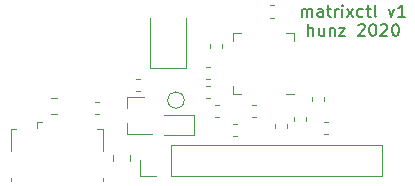
<source format=gbr>
%TF.GenerationSoftware,KiCad,Pcbnew,5.99.0-unknown-acf13a186~104~ubuntu20.04.1*%
%TF.CreationDate,2020-09-23T11:08:06+02:00*%
%TF.ProjectId,matrixctl,6d617472-6978-4637-946c-2e6b69636164,rev?*%
%TF.SameCoordinates,Original*%
%TF.FileFunction,Legend,Top*%
%TF.FilePolarity,Positive*%
%FSLAX46Y46*%
G04 Gerber Fmt 4.6, Leading zero omitted, Abs format (unit mm)*
G04 Created by KiCad (PCBNEW 5.99.0-unknown-acf13a186~104~ubuntu20.04.1) date 2020-09-23 11:08:06*
%MOMM*%
%LPD*%
G01*
G04 APERTURE LIST*
%ADD10C,0.150000*%
%ADD11C,0.120000*%
%ADD12R,0.900000X0.800000*%
%ADD13R,1.200000X1.900000*%
%ADD14O,1.200000X1.900000*%
%ADD15R,1.500000X1.900000*%
%ADD16C,1.450000*%
%ADD17R,0.400000X1.350000*%
%ADD18R,0.600000X0.450000*%
%ADD19O,1.700000X1.700000*%
%ADD20R,1.700000X1.700000*%
%ADD21C,1.000000*%
G04 APERTURE END LIST*
D10*
X133566666Y-105647380D02*
X133566666Y-104980714D01*
X133566666Y-105075952D02*
X133614285Y-105028333D01*
X133709523Y-104980714D01*
X133852380Y-104980714D01*
X133947619Y-105028333D01*
X133995238Y-105123571D01*
X133995238Y-105647380D01*
X133995238Y-105123571D02*
X134042857Y-105028333D01*
X134138095Y-104980714D01*
X134280952Y-104980714D01*
X134376190Y-105028333D01*
X134423809Y-105123571D01*
X134423809Y-105647380D01*
X135328571Y-105647380D02*
X135328571Y-105123571D01*
X135280952Y-105028333D01*
X135185714Y-104980714D01*
X134995238Y-104980714D01*
X134900000Y-105028333D01*
X135328571Y-105599761D02*
X135233333Y-105647380D01*
X134995238Y-105647380D01*
X134900000Y-105599761D01*
X134852380Y-105504523D01*
X134852380Y-105409285D01*
X134900000Y-105314047D01*
X134995238Y-105266428D01*
X135233333Y-105266428D01*
X135328571Y-105218809D01*
X135661904Y-104980714D02*
X136042857Y-104980714D01*
X135804761Y-104647380D02*
X135804761Y-105504523D01*
X135852380Y-105599761D01*
X135947619Y-105647380D01*
X136042857Y-105647380D01*
X136376190Y-105647380D02*
X136376190Y-104980714D01*
X136376190Y-105171190D02*
X136423809Y-105075952D01*
X136471428Y-105028333D01*
X136566666Y-104980714D01*
X136661904Y-104980714D01*
X136995238Y-105647380D02*
X136995238Y-104980714D01*
X136995238Y-104647380D02*
X136947619Y-104695000D01*
X136995238Y-104742619D01*
X137042857Y-104695000D01*
X136995238Y-104647380D01*
X136995238Y-104742619D01*
X137376190Y-105647380D02*
X137900000Y-104980714D01*
X137376190Y-104980714D02*
X137900000Y-105647380D01*
X138709523Y-105599761D02*
X138614285Y-105647380D01*
X138423809Y-105647380D01*
X138328571Y-105599761D01*
X138280952Y-105552142D01*
X138233333Y-105456904D01*
X138233333Y-105171190D01*
X138280952Y-105075952D01*
X138328571Y-105028333D01*
X138423809Y-104980714D01*
X138614285Y-104980714D01*
X138709523Y-105028333D01*
X138995238Y-104980714D02*
X139376190Y-104980714D01*
X139138095Y-104647380D02*
X139138095Y-105504523D01*
X139185714Y-105599761D01*
X139280952Y-105647380D01*
X139376190Y-105647380D01*
X139852380Y-105647380D02*
X139757142Y-105599761D01*
X139709523Y-105504523D01*
X139709523Y-104647380D01*
X140900000Y-104980714D02*
X141138095Y-105647380D01*
X141376190Y-104980714D01*
X142280952Y-105647380D02*
X141709523Y-105647380D01*
X141995238Y-105647380D02*
X141995238Y-104647380D01*
X141900000Y-104790238D01*
X141804761Y-104885476D01*
X141709523Y-104933095D01*
X134090476Y-107257380D02*
X134090476Y-106257380D01*
X134519047Y-107257380D02*
X134519047Y-106733571D01*
X134471428Y-106638333D01*
X134376190Y-106590714D01*
X134233333Y-106590714D01*
X134138095Y-106638333D01*
X134090476Y-106685952D01*
X135423809Y-106590714D02*
X135423809Y-107257380D01*
X134995238Y-106590714D02*
X134995238Y-107114523D01*
X135042857Y-107209761D01*
X135138095Y-107257380D01*
X135280952Y-107257380D01*
X135376190Y-107209761D01*
X135423809Y-107162142D01*
X135900000Y-106590714D02*
X135900000Y-107257380D01*
X135900000Y-106685952D02*
X135947619Y-106638333D01*
X136042857Y-106590714D01*
X136185714Y-106590714D01*
X136280952Y-106638333D01*
X136328571Y-106733571D01*
X136328571Y-107257380D01*
X136709523Y-106590714D02*
X137233333Y-106590714D01*
X136709523Y-107257380D01*
X137233333Y-107257380D01*
X138328571Y-106352619D02*
X138376190Y-106305000D01*
X138471428Y-106257380D01*
X138709523Y-106257380D01*
X138804761Y-106305000D01*
X138852380Y-106352619D01*
X138900000Y-106447857D01*
X138900000Y-106543095D01*
X138852380Y-106685952D01*
X138280952Y-107257380D01*
X138900000Y-107257380D01*
X139519047Y-106257380D02*
X139614285Y-106257380D01*
X139709523Y-106305000D01*
X139757142Y-106352619D01*
X139804761Y-106447857D01*
X139852380Y-106638333D01*
X139852380Y-106876428D01*
X139804761Y-107066904D01*
X139757142Y-107162142D01*
X139709523Y-107209761D01*
X139614285Y-107257380D01*
X139519047Y-107257380D01*
X139423809Y-107209761D01*
X139376190Y-107162142D01*
X139328571Y-107066904D01*
X139280952Y-106876428D01*
X139280952Y-106638333D01*
X139328571Y-106447857D01*
X139376190Y-106352619D01*
X139423809Y-106305000D01*
X139519047Y-106257380D01*
X140233333Y-106352619D02*
X140280952Y-106305000D01*
X140376190Y-106257380D01*
X140614285Y-106257380D01*
X140709523Y-106305000D01*
X140757142Y-106352619D01*
X140804761Y-106447857D01*
X140804761Y-106543095D01*
X140757142Y-106685952D01*
X140185714Y-107257380D01*
X140804761Y-107257380D01*
X141423809Y-106257380D02*
X141519047Y-106257380D01*
X141614285Y-106305000D01*
X141661904Y-106352619D01*
X141709523Y-106447857D01*
X141757142Y-106638333D01*
X141757142Y-106876428D01*
X141709523Y-107066904D01*
X141661904Y-107162142D01*
X141614285Y-107209761D01*
X141519047Y-107257380D01*
X141423809Y-107257380D01*
X141328571Y-107209761D01*
X141280952Y-107162142D01*
X141233333Y-107066904D01*
X141185714Y-106876428D01*
X141185714Y-106638333D01*
X141233333Y-106447857D01*
X141280952Y-106352619D01*
X141328571Y-106305000D01*
X141423809Y-106257380D01*
D11*
%TO.C,R112*%
X133910000Y-114462779D02*
X133910000Y-114137221D01*
X132890000Y-114462779D02*
X132890000Y-114137221D01*
%TO.C,U102*%
X118740000Y-112420000D02*
X120200000Y-112420000D01*
X118740000Y-115580000D02*
X120900000Y-115580000D01*
X118740000Y-115580000D02*
X118740000Y-114650000D01*
X118740000Y-112420000D02*
X118740000Y-113350000D01*
%TO.C,J104*%
X111100000Y-114587500D02*
X111100000Y-115037500D01*
X111100000Y-114587500D02*
X111550000Y-114587500D01*
X116700000Y-115137500D02*
X116250000Y-115137500D01*
X116700000Y-116987500D02*
X116700000Y-115137500D01*
X108900000Y-119537500D02*
X108900000Y-119287500D01*
X116700000Y-119537500D02*
X116700000Y-119287500D01*
X108900000Y-116987500D02*
X108900000Y-115137500D01*
X108900000Y-115137500D02*
X109350000Y-115137500D01*
%TO.C,FB102*%
X117590000Y-117341422D02*
X117590000Y-117858578D01*
X119010000Y-117341422D02*
X119010000Y-117858578D01*
%TO.C,FB101*%
X112858578Y-112490000D02*
X112341422Y-112490000D01*
X112858578Y-113910000D02*
X112341422Y-113910000D01*
%TO.C,D101*%
X124400000Y-115650000D02*
X121850000Y-115650000D01*
X124400000Y-113950000D02*
X121850000Y-113950000D01*
X124400000Y-115650000D02*
X124400000Y-113950000D01*
%TO.C,C107*%
X116362779Y-112890000D02*
X116037221Y-112890000D01*
X116362779Y-113910000D02*
X116037221Y-113910000D01*
%TO.C,C106*%
X119875279Y-110890000D02*
X119549721Y-110890000D01*
X119875279Y-111910000D02*
X119549721Y-111910000D01*
%TO.C,C101*%
X123710000Y-109960000D02*
X123710000Y-105750000D01*
X120690000Y-109960000D02*
X123710000Y-109960000D01*
X120690000Y-105750000D02*
X120690000Y-109960000D01*
%TO.C,U101*%
X128415000Y-112210000D02*
X127690000Y-112210000D01*
X127690000Y-112210000D02*
X127690000Y-111485000D01*
X132185000Y-106990000D02*
X132910000Y-106990000D01*
X132910000Y-106990000D02*
X132910000Y-107715000D01*
X128415000Y-106990000D02*
X127690000Y-106990000D01*
X127690000Y-106990000D02*
X127690000Y-107715000D01*
X132185000Y-112210000D02*
X132910000Y-112210000D01*
%TO.C,J103*%
X119870000Y-119130000D02*
X119870000Y-117800000D01*
X121200000Y-119130000D02*
X119870000Y-119130000D01*
X122470000Y-119130000D02*
X122470000Y-116470000D01*
X122470000Y-116470000D02*
X140310000Y-116470000D01*
X122470000Y-119130000D02*
X140310000Y-119130000D01*
X140310000Y-119130000D02*
X140310000Y-116470000D01*
%TO.C,TP101*%
X123600000Y-112700000D02*
G75*
G03*
X123600000Y-112700000I-700000J0D01*
G01*
%TO.C,R106*%
X131290000Y-114737221D02*
X131290000Y-115062779D01*
X132310000Y-114737221D02*
X132310000Y-115062779D01*
%TO.C,R105*%
X125762779Y-109890000D02*
X125437221Y-109890000D01*
X125762779Y-110910000D02*
X125437221Y-110910000D01*
%TO.C,R104*%
X127737221Y-115710000D02*
X128062779Y-115710000D01*
X127737221Y-114690000D02*
X128062779Y-114690000D01*
%TO.C,R103*%
X129337221Y-114110000D02*
X129662779Y-114110000D01*
X129337221Y-113090000D02*
X129662779Y-113090000D01*
%TO.C,R102*%
X135410000Y-112762779D02*
X135410000Y-112437221D01*
X134390000Y-112762779D02*
X134390000Y-112437221D01*
%TO.C,R101*%
X135437221Y-115610000D02*
X135762779Y-115610000D01*
X135437221Y-114590000D02*
X135762779Y-114590000D01*
%TO.C,C105*%
X126562779Y-114110000D02*
X126237221Y-114110000D01*
X126562779Y-113090000D02*
X126237221Y-113090000D01*
%TO.C,C104*%
X125762779Y-111490000D02*
X125437221Y-111490000D01*
X125762779Y-112510000D02*
X125437221Y-112510000D01*
%TO.C,C103*%
X130837221Y-105710000D02*
X131162779Y-105710000D01*
X130837221Y-104690000D02*
X131162779Y-104690000D01*
%TO.C,C102*%
X126810000Y-108262779D02*
X126810000Y-107937221D01*
X125790000Y-108262779D02*
X125790000Y-107937221D01*
%TD*%
%LPC*%
%TO.C,R112*%
G36*
G01*
X133656250Y-113950000D02*
X133143750Y-113950000D01*
G75*
G02*
X132925000Y-113731250I0J218750D01*
G01*
X132925000Y-113293750D01*
G75*
G02*
X133143750Y-113075000I218750J0D01*
G01*
X133656250Y-113075000D01*
G75*
G02*
X133875000Y-113293750I0J-218750D01*
G01*
X133875000Y-113731250D01*
G75*
G02*
X133656250Y-113950000I-218750J0D01*
G01*
G37*
G36*
G01*
X133656250Y-115525000D02*
X133143750Y-115525000D01*
G75*
G02*
X132925000Y-115306250I0J218750D01*
G01*
X132925000Y-114868750D01*
G75*
G02*
X133143750Y-114650000I218750J0D01*
G01*
X133656250Y-114650000D01*
G75*
G02*
X133875000Y-114868750I0J-218750D01*
G01*
X133875000Y-115306250D01*
G75*
G02*
X133656250Y-115525000I-218750J0D01*
G01*
G37*
%TD*%
D12*
%TO.C,U102*%
X118500000Y-114000000D03*
X120500000Y-113050000D03*
X120500000Y-114950000D03*
%TD*%
D13*
%TO.C,J104*%
X109900000Y-118137500D03*
X115700000Y-118137500D03*
D14*
X116300000Y-118137500D03*
X109300000Y-118137500D03*
D15*
X111800000Y-118137500D03*
D16*
X115300000Y-115437500D03*
D17*
X112800000Y-115437500D03*
X113450000Y-115437500D03*
X114100000Y-115437500D03*
X111500000Y-115437500D03*
X112150000Y-115437500D03*
D16*
X110300000Y-115437500D03*
D15*
X113800000Y-118137500D03*
%TD*%
%TO.C,FB102*%
G36*
G01*
X117843750Y-118050000D02*
X118756250Y-118050000D01*
G75*
G02*
X119000000Y-118293750I0J-243750D01*
G01*
X119000000Y-118781250D01*
G75*
G02*
X118756250Y-119025000I-243750J0D01*
G01*
X117843750Y-119025000D01*
G75*
G02*
X117600000Y-118781250I0J243750D01*
G01*
X117600000Y-118293750D01*
G75*
G02*
X117843750Y-118050000I243750J0D01*
G01*
G37*
G36*
G01*
X117843750Y-116175000D02*
X118756250Y-116175000D01*
G75*
G02*
X119000000Y-116418750I0J-243750D01*
G01*
X119000000Y-116906250D01*
G75*
G02*
X118756250Y-117150000I-243750J0D01*
G01*
X117843750Y-117150000D01*
G75*
G02*
X117600000Y-116906250I0J243750D01*
G01*
X117600000Y-116418750D01*
G75*
G02*
X117843750Y-116175000I243750J0D01*
G01*
G37*
%TD*%
%TO.C,FB101*%
G36*
G01*
X112150000Y-112743750D02*
X112150000Y-113656250D01*
G75*
G02*
X111906250Y-113900000I-243750J0D01*
G01*
X111418750Y-113900000D01*
G75*
G02*
X111175000Y-113656250I0J243750D01*
G01*
X111175000Y-112743750D01*
G75*
G02*
X111418750Y-112500000I243750J0D01*
G01*
X111906250Y-112500000D01*
G75*
G02*
X112150000Y-112743750I0J-243750D01*
G01*
G37*
G36*
G01*
X114025000Y-112743750D02*
X114025000Y-113656250D01*
G75*
G02*
X113781250Y-113900000I-243750J0D01*
G01*
X113293750Y-113900000D01*
G75*
G02*
X113050000Y-113656250I0J243750D01*
G01*
X113050000Y-112743750D01*
G75*
G02*
X113293750Y-112500000I243750J0D01*
G01*
X113781250Y-112500000D01*
G75*
G02*
X114025000Y-112743750I0J-243750D01*
G01*
G37*
%TD*%
D18*
%TO.C,D101*%
X121850000Y-114800000D03*
X123950000Y-114800000D03*
%TD*%
%TO.C,C107*%
G36*
G01*
X115850000Y-113143750D02*
X115850000Y-113656250D01*
G75*
G02*
X115631250Y-113875000I-218750J0D01*
G01*
X115193750Y-113875000D01*
G75*
G02*
X114975000Y-113656250I0J218750D01*
G01*
X114975000Y-113143750D01*
G75*
G02*
X115193750Y-112925000I218750J0D01*
G01*
X115631250Y-112925000D01*
G75*
G02*
X115850000Y-113143750I0J-218750D01*
G01*
G37*
G36*
G01*
X117425000Y-113143750D02*
X117425000Y-113656250D01*
G75*
G02*
X117206250Y-113875000I-218750J0D01*
G01*
X116768750Y-113875000D01*
G75*
G02*
X116550000Y-113656250I0J218750D01*
G01*
X116550000Y-113143750D01*
G75*
G02*
X116768750Y-112925000I218750J0D01*
G01*
X117206250Y-112925000D01*
G75*
G02*
X117425000Y-113143750I0J-218750D01*
G01*
G37*
%TD*%
%TO.C,C106*%
G36*
G01*
X119362500Y-111143750D02*
X119362500Y-111656250D01*
G75*
G02*
X119143750Y-111875000I-218750J0D01*
G01*
X118706250Y-111875000D01*
G75*
G02*
X118487500Y-111656250I0J218750D01*
G01*
X118487500Y-111143750D01*
G75*
G02*
X118706250Y-110925000I218750J0D01*
G01*
X119143750Y-110925000D01*
G75*
G02*
X119362500Y-111143750I0J-218750D01*
G01*
G37*
G36*
G01*
X120937500Y-111143750D02*
X120937500Y-111656250D01*
G75*
G02*
X120718750Y-111875000I-218750J0D01*
G01*
X120281250Y-111875000D01*
G75*
G02*
X120062500Y-111656250I0J218750D01*
G01*
X120062500Y-111143750D01*
G75*
G02*
X120281250Y-110925000I218750J0D01*
G01*
X120718750Y-110925000D01*
G75*
G02*
X120937500Y-111143750I0J-218750D01*
G01*
G37*
%TD*%
%TO.C,C101*%
G36*
G01*
X123125000Y-106625000D02*
X121275000Y-106625000D01*
G75*
G02*
X121025000Y-106375000I0J250000D01*
G01*
X121025000Y-105550000D01*
G75*
G02*
X121275000Y-105300000I250000J0D01*
G01*
X123125000Y-105300000D01*
G75*
G02*
X123375000Y-105550000I0J-250000D01*
G01*
X123375000Y-106375000D01*
G75*
G02*
X123125000Y-106625000I-250000J0D01*
G01*
G37*
G36*
G01*
X123125000Y-109700000D02*
X121275000Y-109700000D01*
G75*
G02*
X121025000Y-109450000I0J250000D01*
G01*
X121025000Y-108625000D01*
G75*
G02*
X121275000Y-108375000I250000J0D01*
G01*
X123125000Y-108375000D01*
G75*
G02*
X123375000Y-108625000I0J-250000D01*
G01*
X123375000Y-109450000D01*
G75*
G02*
X123125000Y-109700000I-250000J0D01*
G01*
G37*
%TD*%
%TO.C,U101*%
G36*
G01*
X132050000Y-108112500D02*
X132050000Y-111087500D01*
G75*
G02*
X131787500Y-111350000I-262500J0D01*
G01*
X128812500Y-111350000D01*
G75*
G02*
X128550000Y-111087500I0J262500D01*
G01*
X128550000Y-108112500D01*
G75*
G02*
X128812500Y-107850000I262500J0D01*
G01*
X131787500Y-107850000D01*
G75*
G02*
X132050000Y-108112500I0J-262500D01*
G01*
G37*
G36*
G01*
X133150000Y-111037500D02*
X133150000Y-111162500D01*
G75*
G02*
X133087500Y-111225000I-62500J0D01*
G01*
X132412500Y-111225000D01*
G75*
G02*
X132350000Y-111162500I0J62500D01*
G01*
X132350000Y-111037500D01*
G75*
G02*
X132412500Y-110975000I62500J0D01*
G01*
X133087500Y-110975000D01*
G75*
G02*
X133150000Y-111037500I0J-62500D01*
G01*
G37*
G36*
G01*
X133150000Y-110537500D02*
X133150000Y-110662500D01*
G75*
G02*
X133087500Y-110725000I-62500J0D01*
G01*
X132412500Y-110725000D01*
G75*
G02*
X132350000Y-110662500I0J62500D01*
G01*
X132350000Y-110537500D01*
G75*
G02*
X132412500Y-110475000I62500J0D01*
G01*
X133087500Y-110475000D01*
G75*
G02*
X133150000Y-110537500I0J-62500D01*
G01*
G37*
G36*
G01*
X133150000Y-110037500D02*
X133150000Y-110162500D01*
G75*
G02*
X133087500Y-110225000I-62500J0D01*
G01*
X132412500Y-110225000D01*
G75*
G02*
X132350000Y-110162500I0J62500D01*
G01*
X132350000Y-110037500D01*
G75*
G02*
X132412500Y-109975000I62500J0D01*
G01*
X133087500Y-109975000D01*
G75*
G02*
X133150000Y-110037500I0J-62500D01*
G01*
G37*
G36*
G01*
X133150000Y-109537500D02*
X133150000Y-109662500D01*
G75*
G02*
X133087500Y-109725000I-62500J0D01*
G01*
X132412500Y-109725000D01*
G75*
G02*
X132350000Y-109662500I0J62500D01*
G01*
X132350000Y-109537500D01*
G75*
G02*
X132412500Y-109475000I62500J0D01*
G01*
X133087500Y-109475000D01*
G75*
G02*
X133150000Y-109537500I0J-62500D01*
G01*
G37*
G36*
G01*
X133150000Y-109037500D02*
X133150000Y-109162500D01*
G75*
G02*
X133087500Y-109225000I-62500J0D01*
G01*
X132412500Y-109225000D01*
G75*
G02*
X132350000Y-109162500I0J62500D01*
G01*
X132350000Y-109037500D01*
G75*
G02*
X132412500Y-108975000I62500J0D01*
G01*
X133087500Y-108975000D01*
G75*
G02*
X133150000Y-109037500I0J-62500D01*
G01*
G37*
G36*
G01*
X133150000Y-108537500D02*
X133150000Y-108662500D01*
G75*
G02*
X133087500Y-108725000I-62500J0D01*
G01*
X132412500Y-108725000D01*
G75*
G02*
X132350000Y-108662500I0J62500D01*
G01*
X132350000Y-108537500D01*
G75*
G02*
X132412500Y-108475000I62500J0D01*
G01*
X133087500Y-108475000D01*
G75*
G02*
X133150000Y-108537500I0J-62500D01*
G01*
G37*
G36*
G01*
X133150000Y-108037500D02*
X133150000Y-108162500D01*
G75*
G02*
X133087500Y-108225000I-62500J0D01*
G01*
X132412500Y-108225000D01*
G75*
G02*
X132350000Y-108162500I0J62500D01*
G01*
X132350000Y-108037500D01*
G75*
G02*
X132412500Y-107975000I62500J0D01*
G01*
X133087500Y-107975000D01*
G75*
G02*
X133150000Y-108037500I0J-62500D01*
G01*
G37*
G36*
G01*
X131925000Y-106812500D02*
X131925000Y-107487500D01*
G75*
G02*
X131862500Y-107550000I-62500J0D01*
G01*
X131737500Y-107550000D01*
G75*
G02*
X131675000Y-107487500I0J62500D01*
G01*
X131675000Y-106812500D01*
G75*
G02*
X131737500Y-106750000I62500J0D01*
G01*
X131862500Y-106750000D01*
G75*
G02*
X131925000Y-106812500I0J-62500D01*
G01*
G37*
G36*
G01*
X131425000Y-106812500D02*
X131425000Y-107487500D01*
G75*
G02*
X131362500Y-107550000I-62500J0D01*
G01*
X131237500Y-107550000D01*
G75*
G02*
X131175000Y-107487500I0J62500D01*
G01*
X131175000Y-106812500D01*
G75*
G02*
X131237500Y-106750000I62500J0D01*
G01*
X131362500Y-106750000D01*
G75*
G02*
X131425000Y-106812500I0J-62500D01*
G01*
G37*
G36*
G01*
X130925000Y-106812500D02*
X130925000Y-107487500D01*
G75*
G02*
X130862500Y-107550000I-62500J0D01*
G01*
X130737500Y-107550000D01*
G75*
G02*
X130675000Y-107487500I0J62500D01*
G01*
X130675000Y-106812500D01*
G75*
G02*
X130737500Y-106750000I62500J0D01*
G01*
X130862500Y-106750000D01*
G75*
G02*
X130925000Y-106812500I0J-62500D01*
G01*
G37*
G36*
G01*
X130425000Y-106812500D02*
X130425000Y-107487500D01*
G75*
G02*
X130362500Y-107550000I-62500J0D01*
G01*
X130237500Y-107550000D01*
G75*
G02*
X130175000Y-107487500I0J62500D01*
G01*
X130175000Y-106812500D01*
G75*
G02*
X130237500Y-106750000I62500J0D01*
G01*
X130362500Y-106750000D01*
G75*
G02*
X130425000Y-106812500I0J-62500D01*
G01*
G37*
G36*
G01*
X129925000Y-106812500D02*
X129925000Y-107487500D01*
G75*
G02*
X129862500Y-107550000I-62500J0D01*
G01*
X129737500Y-107550000D01*
G75*
G02*
X129675000Y-107487500I0J62500D01*
G01*
X129675000Y-106812500D01*
G75*
G02*
X129737500Y-106750000I62500J0D01*
G01*
X129862500Y-106750000D01*
G75*
G02*
X129925000Y-106812500I0J-62500D01*
G01*
G37*
G36*
G01*
X129425000Y-106812500D02*
X129425000Y-107487500D01*
G75*
G02*
X129362500Y-107550000I-62500J0D01*
G01*
X129237500Y-107550000D01*
G75*
G02*
X129175000Y-107487500I0J62500D01*
G01*
X129175000Y-106812500D01*
G75*
G02*
X129237500Y-106750000I62500J0D01*
G01*
X129362500Y-106750000D01*
G75*
G02*
X129425000Y-106812500I0J-62500D01*
G01*
G37*
G36*
G01*
X128925000Y-106812500D02*
X128925000Y-107487500D01*
G75*
G02*
X128862500Y-107550000I-62500J0D01*
G01*
X128737500Y-107550000D01*
G75*
G02*
X128675000Y-107487500I0J62500D01*
G01*
X128675000Y-106812500D01*
G75*
G02*
X128737500Y-106750000I62500J0D01*
G01*
X128862500Y-106750000D01*
G75*
G02*
X128925000Y-106812500I0J-62500D01*
G01*
G37*
G36*
G01*
X128250000Y-108037500D02*
X128250000Y-108162500D01*
G75*
G02*
X128187500Y-108225000I-62500J0D01*
G01*
X127512500Y-108225000D01*
G75*
G02*
X127450000Y-108162500I0J62500D01*
G01*
X127450000Y-108037500D01*
G75*
G02*
X127512500Y-107975000I62500J0D01*
G01*
X128187500Y-107975000D01*
G75*
G02*
X128250000Y-108037500I0J-62500D01*
G01*
G37*
G36*
G01*
X128250000Y-108537500D02*
X128250000Y-108662500D01*
G75*
G02*
X128187500Y-108725000I-62500J0D01*
G01*
X127512500Y-108725000D01*
G75*
G02*
X127450000Y-108662500I0J62500D01*
G01*
X127450000Y-108537500D01*
G75*
G02*
X127512500Y-108475000I62500J0D01*
G01*
X128187500Y-108475000D01*
G75*
G02*
X128250000Y-108537500I0J-62500D01*
G01*
G37*
G36*
G01*
X128250000Y-109037500D02*
X128250000Y-109162500D01*
G75*
G02*
X128187500Y-109225000I-62500J0D01*
G01*
X127512500Y-109225000D01*
G75*
G02*
X127450000Y-109162500I0J62500D01*
G01*
X127450000Y-109037500D01*
G75*
G02*
X127512500Y-108975000I62500J0D01*
G01*
X128187500Y-108975000D01*
G75*
G02*
X128250000Y-109037500I0J-62500D01*
G01*
G37*
G36*
G01*
X128250000Y-109537500D02*
X128250000Y-109662500D01*
G75*
G02*
X128187500Y-109725000I-62500J0D01*
G01*
X127512500Y-109725000D01*
G75*
G02*
X127450000Y-109662500I0J62500D01*
G01*
X127450000Y-109537500D01*
G75*
G02*
X127512500Y-109475000I62500J0D01*
G01*
X128187500Y-109475000D01*
G75*
G02*
X128250000Y-109537500I0J-62500D01*
G01*
G37*
G36*
G01*
X128250000Y-110037500D02*
X128250000Y-110162500D01*
G75*
G02*
X128187500Y-110225000I-62500J0D01*
G01*
X127512500Y-110225000D01*
G75*
G02*
X127450000Y-110162500I0J62500D01*
G01*
X127450000Y-110037500D01*
G75*
G02*
X127512500Y-109975000I62500J0D01*
G01*
X128187500Y-109975000D01*
G75*
G02*
X128250000Y-110037500I0J-62500D01*
G01*
G37*
G36*
G01*
X128250000Y-110537500D02*
X128250000Y-110662500D01*
G75*
G02*
X128187500Y-110725000I-62500J0D01*
G01*
X127512500Y-110725000D01*
G75*
G02*
X127450000Y-110662500I0J62500D01*
G01*
X127450000Y-110537500D01*
G75*
G02*
X127512500Y-110475000I62500J0D01*
G01*
X128187500Y-110475000D01*
G75*
G02*
X128250000Y-110537500I0J-62500D01*
G01*
G37*
G36*
G01*
X128250000Y-111037500D02*
X128250000Y-111162500D01*
G75*
G02*
X128187500Y-111225000I-62500J0D01*
G01*
X127512500Y-111225000D01*
G75*
G02*
X127450000Y-111162500I0J62500D01*
G01*
X127450000Y-111037500D01*
G75*
G02*
X127512500Y-110975000I62500J0D01*
G01*
X128187500Y-110975000D01*
G75*
G02*
X128250000Y-111037500I0J-62500D01*
G01*
G37*
G36*
G01*
X128925000Y-111712500D02*
X128925000Y-112387500D01*
G75*
G02*
X128862500Y-112450000I-62500J0D01*
G01*
X128737500Y-112450000D01*
G75*
G02*
X128675000Y-112387500I0J62500D01*
G01*
X128675000Y-111712500D01*
G75*
G02*
X128737500Y-111650000I62500J0D01*
G01*
X128862500Y-111650000D01*
G75*
G02*
X128925000Y-111712500I0J-62500D01*
G01*
G37*
G36*
G01*
X129425000Y-111712500D02*
X129425000Y-112387500D01*
G75*
G02*
X129362500Y-112450000I-62500J0D01*
G01*
X129237500Y-112450000D01*
G75*
G02*
X129175000Y-112387500I0J62500D01*
G01*
X129175000Y-111712500D01*
G75*
G02*
X129237500Y-111650000I62500J0D01*
G01*
X129362500Y-111650000D01*
G75*
G02*
X129425000Y-111712500I0J-62500D01*
G01*
G37*
G36*
G01*
X129925000Y-111712500D02*
X129925000Y-112387500D01*
G75*
G02*
X129862500Y-112450000I-62500J0D01*
G01*
X129737500Y-112450000D01*
G75*
G02*
X129675000Y-112387500I0J62500D01*
G01*
X129675000Y-111712500D01*
G75*
G02*
X129737500Y-111650000I62500J0D01*
G01*
X129862500Y-111650000D01*
G75*
G02*
X129925000Y-111712500I0J-62500D01*
G01*
G37*
G36*
G01*
X130425000Y-111712500D02*
X130425000Y-112387500D01*
G75*
G02*
X130362500Y-112450000I-62500J0D01*
G01*
X130237500Y-112450000D01*
G75*
G02*
X130175000Y-112387500I0J62500D01*
G01*
X130175000Y-111712500D01*
G75*
G02*
X130237500Y-111650000I62500J0D01*
G01*
X130362500Y-111650000D01*
G75*
G02*
X130425000Y-111712500I0J-62500D01*
G01*
G37*
G36*
G01*
X130925000Y-111712500D02*
X130925000Y-112387500D01*
G75*
G02*
X130862500Y-112450000I-62500J0D01*
G01*
X130737500Y-112450000D01*
G75*
G02*
X130675000Y-112387500I0J62500D01*
G01*
X130675000Y-111712500D01*
G75*
G02*
X130737500Y-111650000I62500J0D01*
G01*
X130862500Y-111650000D01*
G75*
G02*
X130925000Y-111712500I0J-62500D01*
G01*
G37*
G36*
G01*
X131425000Y-111712500D02*
X131425000Y-112387500D01*
G75*
G02*
X131362500Y-112450000I-62500J0D01*
G01*
X131237500Y-112450000D01*
G75*
G02*
X131175000Y-112387500I0J62500D01*
G01*
X131175000Y-111712500D01*
G75*
G02*
X131237500Y-111650000I62500J0D01*
G01*
X131362500Y-111650000D01*
G75*
G02*
X131425000Y-111712500I0J-62500D01*
G01*
G37*
G36*
G01*
X131925000Y-111712500D02*
X131925000Y-112387500D01*
G75*
G02*
X131862500Y-112450000I-62500J0D01*
G01*
X131737500Y-112450000D01*
G75*
G02*
X131675000Y-112387500I0J62500D01*
G01*
X131675000Y-111712500D01*
G75*
G02*
X131737500Y-111650000I62500J0D01*
G01*
X131862500Y-111650000D01*
G75*
G02*
X131925000Y-111712500I0J-62500D01*
G01*
G37*
%TD*%
D19*
%TO.C,J103*%
X138980000Y-117800000D03*
X136440000Y-117800000D03*
X133900000Y-117800000D03*
X131360000Y-117800000D03*
X128820000Y-117800000D03*
X126280000Y-117800000D03*
X123740000Y-117800000D03*
D20*
X121200000Y-117800000D03*
%TD*%
D21*
%TO.C,TP101*%
X122900000Y-112700000D03*
%TD*%
%TO.C,R106*%
G36*
G01*
X131543750Y-115250000D02*
X132056250Y-115250000D01*
G75*
G02*
X132275000Y-115468750I0J-218750D01*
G01*
X132275000Y-115906250D01*
G75*
G02*
X132056250Y-116125000I-218750J0D01*
G01*
X131543750Y-116125000D01*
G75*
G02*
X131325000Y-115906250I0J218750D01*
G01*
X131325000Y-115468750D01*
G75*
G02*
X131543750Y-115250000I218750J0D01*
G01*
G37*
G36*
G01*
X131543750Y-113675000D02*
X132056250Y-113675000D01*
G75*
G02*
X132275000Y-113893750I0J-218750D01*
G01*
X132275000Y-114331250D01*
G75*
G02*
X132056250Y-114550000I-218750J0D01*
G01*
X131543750Y-114550000D01*
G75*
G02*
X131325000Y-114331250I0J218750D01*
G01*
X131325000Y-113893750D01*
G75*
G02*
X131543750Y-113675000I218750J0D01*
G01*
G37*
%TD*%
%TO.C,R105*%
G36*
G01*
X125250000Y-110143750D02*
X125250000Y-110656250D01*
G75*
G02*
X125031250Y-110875000I-218750J0D01*
G01*
X124593750Y-110875000D01*
G75*
G02*
X124375000Y-110656250I0J218750D01*
G01*
X124375000Y-110143750D01*
G75*
G02*
X124593750Y-109925000I218750J0D01*
G01*
X125031250Y-109925000D01*
G75*
G02*
X125250000Y-110143750I0J-218750D01*
G01*
G37*
G36*
G01*
X126825000Y-110143750D02*
X126825000Y-110656250D01*
G75*
G02*
X126606250Y-110875000I-218750J0D01*
G01*
X126168750Y-110875000D01*
G75*
G02*
X125950000Y-110656250I0J218750D01*
G01*
X125950000Y-110143750D01*
G75*
G02*
X126168750Y-109925000I218750J0D01*
G01*
X126606250Y-109925000D01*
G75*
G02*
X126825000Y-110143750I0J-218750D01*
G01*
G37*
%TD*%
%TO.C,R104*%
G36*
G01*
X128250000Y-115456250D02*
X128250000Y-114943750D01*
G75*
G02*
X128468750Y-114725000I218750J0D01*
G01*
X128906250Y-114725000D01*
G75*
G02*
X129125000Y-114943750I0J-218750D01*
G01*
X129125000Y-115456250D01*
G75*
G02*
X128906250Y-115675000I-218750J0D01*
G01*
X128468750Y-115675000D01*
G75*
G02*
X128250000Y-115456250I0J218750D01*
G01*
G37*
G36*
G01*
X126675000Y-115456250D02*
X126675000Y-114943750D01*
G75*
G02*
X126893750Y-114725000I218750J0D01*
G01*
X127331250Y-114725000D01*
G75*
G02*
X127550000Y-114943750I0J-218750D01*
G01*
X127550000Y-115456250D01*
G75*
G02*
X127331250Y-115675000I-218750J0D01*
G01*
X126893750Y-115675000D01*
G75*
G02*
X126675000Y-115456250I0J218750D01*
G01*
G37*
%TD*%
%TO.C,R103*%
G36*
G01*
X129850000Y-113856250D02*
X129850000Y-113343750D01*
G75*
G02*
X130068750Y-113125000I218750J0D01*
G01*
X130506250Y-113125000D01*
G75*
G02*
X130725000Y-113343750I0J-218750D01*
G01*
X130725000Y-113856250D01*
G75*
G02*
X130506250Y-114075000I-218750J0D01*
G01*
X130068750Y-114075000D01*
G75*
G02*
X129850000Y-113856250I0J218750D01*
G01*
G37*
G36*
G01*
X128275000Y-113856250D02*
X128275000Y-113343750D01*
G75*
G02*
X128493750Y-113125000I218750J0D01*
G01*
X128931250Y-113125000D01*
G75*
G02*
X129150000Y-113343750I0J-218750D01*
G01*
X129150000Y-113856250D01*
G75*
G02*
X128931250Y-114075000I-218750J0D01*
G01*
X128493750Y-114075000D01*
G75*
G02*
X128275000Y-113856250I0J218750D01*
G01*
G37*
%TD*%
%TO.C,R102*%
G36*
G01*
X135156250Y-112250000D02*
X134643750Y-112250000D01*
G75*
G02*
X134425000Y-112031250I0J218750D01*
G01*
X134425000Y-111593750D01*
G75*
G02*
X134643750Y-111375000I218750J0D01*
G01*
X135156250Y-111375000D01*
G75*
G02*
X135375000Y-111593750I0J-218750D01*
G01*
X135375000Y-112031250D01*
G75*
G02*
X135156250Y-112250000I-218750J0D01*
G01*
G37*
G36*
G01*
X135156250Y-113825000D02*
X134643750Y-113825000D01*
G75*
G02*
X134425000Y-113606250I0J218750D01*
G01*
X134425000Y-113168750D01*
G75*
G02*
X134643750Y-112950000I218750J0D01*
G01*
X135156250Y-112950000D01*
G75*
G02*
X135375000Y-113168750I0J-218750D01*
G01*
X135375000Y-113606250D01*
G75*
G02*
X135156250Y-113825000I-218750J0D01*
G01*
G37*
%TD*%
%TO.C,R101*%
G36*
G01*
X135950000Y-115356250D02*
X135950000Y-114843750D01*
G75*
G02*
X136168750Y-114625000I218750J0D01*
G01*
X136606250Y-114625000D01*
G75*
G02*
X136825000Y-114843750I0J-218750D01*
G01*
X136825000Y-115356250D01*
G75*
G02*
X136606250Y-115575000I-218750J0D01*
G01*
X136168750Y-115575000D01*
G75*
G02*
X135950000Y-115356250I0J218750D01*
G01*
G37*
G36*
G01*
X134375000Y-115356250D02*
X134375000Y-114843750D01*
G75*
G02*
X134593750Y-114625000I218750J0D01*
G01*
X135031250Y-114625000D01*
G75*
G02*
X135250000Y-114843750I0J-218750D01*
G01*
X135250000Y-115356250D01*
G75*
G02*
X135031250Y-115575000I-218750J0D01*
G01*
X134593750Y-115575000D01*
G75*
G02*
X134375000Y-115356250I0J218750D01*
G01*
G37*
%TD*%
%TO.C,C105*%
G36*
G01*
X127625000Y-113343750D02*
X127625000Y-113856250D01*
G75*
G02*
X127406250Y-114075000I-218750J0D01*
G01*
X126968750Y-114075000D01*
G75*
G02*
X126750000Y-113856250I0J218750D01*
G01*
X126750000Y-113343750D01*
G75*
G02*
X126968750Y-113125000I218750J0D01*
G01*
X127406250Y-113125000D01*
G75*
G02*
X127625000Y-113343750I0J-218750D01*
G01*
G37*
G36*
G01*
X126050000Y-113343750D02*
X126050000Y-113856250D01*
G75*
G02*
X125831250Y-114075000I-218750J0D01*
G01*
X125393750Y-114075000D01*
G75*
G02*
X125175000Y-113856250I0J218750D01*
G01*
X125175000Y-113343750D01*
G75*
G02*
X125393750Y-113125000I218750J0D01*
G01*
X125831250Y-113125000D01*
G75*
G02*
X126050000Y-113343750I0J-218750D01*
G01*
G37*
%TD*%
%TO.C,C104*%
G36*
G01*
X125250000Y-111743750D02*
X125250000Y-112256250D01*
G75*
G02*
X125031250Y-112475000I-218750J0D01*
G01*
X124593750Y-112475000D01*
G75*
G02*
X124375000Y-112256250I0J218750D01*
G01*
X124375000Y-111743750D01*
G75*
G02*
X124593750Y-111525000I218750J0D01*
G01*
X125031250Y-111525000D01*
G75*
G02*
X125250000Y-111743750I0J-218750D01*
G01*
G37*
G36*
G01*
X126825000Y-111743750D02*
X126825000Y-112256250D01*
G75*
G02*
X126606250Y-112475000I-218750J0D01*
G01*
X126168750Y-112475000D01*
G75*
G02*
X125950000Y-112256250I0J218750D01*
G01*
X125950000Y-111743750D01*
G75*
G02*
X126168750Y-111525000I218750J0D01*
G01*
X126606250Y-111525000D01*
G75*
G02*
X126825000Y-111743750I0J-218750D01*
G01*
G37*
%TD*%
%TO.C,C103*%
G36*
G01*
X131350000Y-105456250D02*
X131350000Y-104943750D01*
G75*
G02*
X131568750Y-104725000I218750J0D01*
G01*
X132006250Y-104725000D01*
G75*
G02*
X132225000Y-104943750I0J-218750D01*
G01*
X132225000Y-105456250D01*
G75*
G02*
X132006250Y-105675000I-218750J0D01*
G01*
X131568750Y-105675000D01*
G75*
G02*
X131350000Y-105456250I0J218750D01*
G01*
G37*
G36*
G01*
X129775000Y-105456250D02*
X129775000Y-104943750D01*
G75*
G02*
X129993750Y-104725000I218750J0D01*
G01*
X130431250Y-104725000D01*
G75*
G02*
X130650000Y-104943750I0J-218750D01*
G01*
X130650000Y-105456250D01*
G75*
G02*
X130431250Y-105675000I-218750J0D01*
G01*
X129993750Y-105675000D01*
G75*
G02*
X129775000Y-105456250I0J218750D01*
G01*
G37*
%TD*%
%TO.C,C102*%
G36*
G01*
X126556250Y-107750000D02*
X126043750Y-107750000D01*
G75*
G02*
X125825000Y-107531250I0J218750D01*
G01*
X125825000Y-107093750D01*
G75*
G02*
X126043750Y-106875000I218750J0D01*
G01*
X126556250Y-106875000D01*
G75*
G02*
X126775000Y-107093750I0J-218750D01*
G01*
X126775000Y-107531250D01*
G75*
G02*
X126556250Y-107750000I-218750J0D01*
G01*
G37*
G36*
G01*
X126556250Y-109325000D02*
X126043750Y-109325000D01*
G75*
G02*
X125825000Y-109106250I0J218750D01*
G01*
X125825000Y-108668750D01*
G75*
G02*
X126043750Y-108450000I218750J0D01*
G01*
X126556250Y-108450000D01*
G75*
G02*
X126775000Y-108668750I0J-218750D01*
G01*
X126775000Y-109106250D01*
G75*
G02*
X126556250Y-109325000I-218750J0D01*
G01*
G37*
%TD*%
D20*
%TO.C,J102*%
X144780000Y-106875000D03*
D19*
X147320000Y-106875000D03*
X144780000Y-109415000D03*
X147320000Y-109415000D03*
X144780000Y-111955000D03*
X147320000Y-111955000D03*
X144780000Y-114495000D03*
X147320000Y-114495000D03*
X144780000Y-117035000D03*
X147320000Y-117035000D03*
%TD*%
%TO.C,J101*%
X101600000Y-117035000D03*
X99060000Y-117035000D03*
X101600000Y-114495000D03*
X99060000Y-114495000D03*
X101600000Y-111955000D03*
X99060000Y-111955000D03*
X101600000Y-109415000D03*
X99060000Y-109415000D03*
X101600000Y-106875000D03*
D20*
X99060000Y-106875000D03*
%TD*%
M02*

</source>
